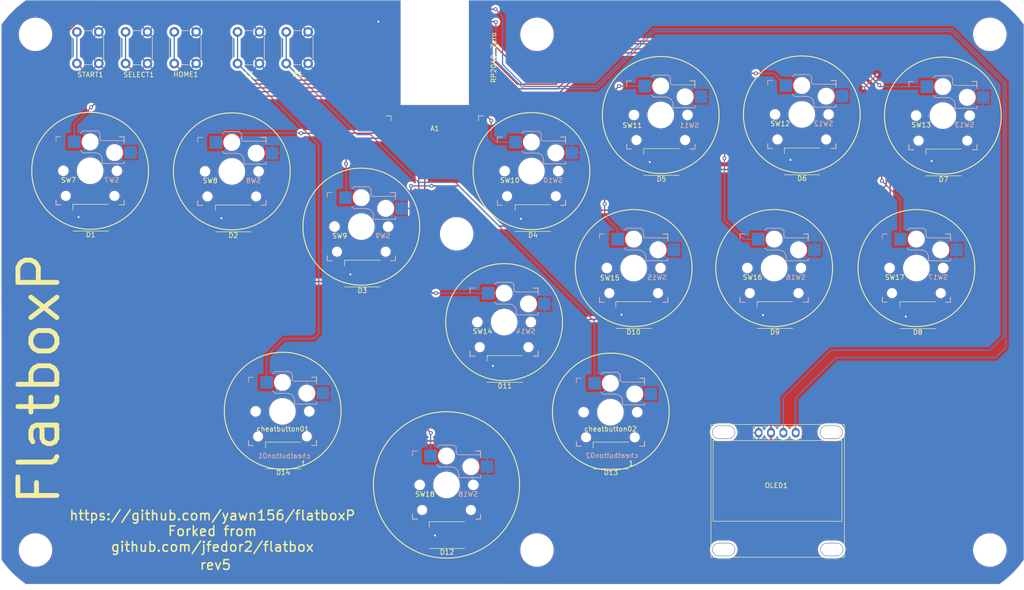
<source format=kicad_pcb>
(kicad_pcb (version 20221018) (generator pcbnew)
  (layers (0 "F.Cu" signal) (31 "B.Cu" signal) (34 "B.Paste" user) (35 "F.Paste" user) (36 "B.SilkS" user "B.Silkscreen") (37 "F.SilkS" user "F.Silkscreen") (38 "B.Mask" user) (39 "F.Mask" user) (44 "Edge.Cuts" user))
  (net 0 "")
  (net 1 "GND")
  (net 2 "LEFT")
  (net 3 "DOWN")
  (net 4 "RIGHT")
  (net 5 "UP")
  (net 6 "L1")
  (net 7 "R1")
  (net 8 "TRIANGLE")
  (net 9 "SQUARE")
  (net 10 "CIRCLE")
  (net 11 "CROSS")
  (net 12 "R2")
  (net 13 "L2")
  (net 14 "OPT1")
  (net 15 "OPT2")
  (net 16 "OPT3")
  (net 17 "OPT4")
  (net 18 "OPT5")
  (net 19 "SDA")
  (net 20 "SCL")
  (net 21 "VINPUT")
  (net 22 "5V")
  (net 23 "LED2")
  (net 24 "LED1")
  (net 25 "LED3")
  (net 26 "LED4")
  (net 27 "LED5")
  (net 28 "LED6")
  (net 29 "LED7")
  (net 30 "LED8")
  (net 31 "LED9")
  (net 32 "LED10")
  (net 33 "LED11")
  (net 34 "LED12")
  (net 35 "LED13")
  (net 36 "LED14")
  (footprint "kaihl reversible:Kailh_socket_PG1350_reversible" (layer "F.Cu") (at 87.32 65.17 180)
    (fp_text reference "SW8")
    (fp_text value "SW_Push")
  )
  (footprint "kaihl reversible:Kailh_socket_PG1350_reversible" (layer "F.Cu") (at 113.92 76.52 180)
    (fp_text reference "SW9")
    (fp_text value "SW_Push")
  )
  (footprint "kaihl reversible:Kailh_socket_PG1350_reversible" (layer "F.Cu") (at 131.42 129.62 180)
    (fp_text reference "SW18")
    (fp_text value "SW_Push")
  )
  (footprint "kaihl reversible:Kailh_socket_PG1350_reversible" (layer "F.Cu") (at 148.86 65.11 180)
    (fp_text reference "SW10")
    (fp_text value "SW_Push")
  )
  (footprint "kaihl reversible:Kailh_socket_PG1350_reversible" (layer "F.Cu") (at 175.42 53.58 180)
    (fp_text reference "SW11")
    (fp_text value "SW_Push")
  )
  (footprint "kaihl reversible:Kailh_socket_PG1350_reversible" (layer "F.Cu") (at 204.39 53.46 180)
    (fp_text reference "SW12")
    (fp_text value "SW_Push")
  )
  (footprint "kaihl reversible:Kailh_socket_PG1350_reversible" (layer "F.Cu") (at 233.36 53.7 180)
    (fp_text reference "SW13")
    (fp_text value "SW_Push")
  )
  (footprint "kaihl reversible:Kailh_socket_PG1350_reversible" (layer "F.Cu") (at 143.25 96.15 180)
    (fp_text reference "SW14")
    (fp_text value "SW_Push")
  )
  (footprint "kaihl reversible:Kailh_socket_PG1350_reversible" (layer "F.Cu") (at 169.86 85.04 180)
    (fp_text reference "SW15")
    (fp_text value "SW_Push")
  )
  (footprint "kaihl reversible:Kailh_socket_PG1350_reversible" (layer "F.Cu") (at 198.71 85.04 180)
    (fp_text reference "SW16")
    (fp_text value "SW_Push")
  )
  (footprint "kaihl reversible:Kailh_socket_PG1350_reversible" (layer "F.Cu") (at 227.92 85.04 180)
    (fp_text reference "SW17")
    (fp_text value "SW_Push")
  )
  (footprint "MountingHole:MountingHole_6.4mm_M6" (layer "F.Cu") (at 47 37)
    (fp_text reference "H1" hide)
    (fp_text value "MountingHole")
  )
  (footprint "MountingHole:MountingHole_6.4mm_M6" (layer "F.Cu") (at 47 143)
    (fp_text reference "H4" hide)
    (fp_text value "MountingHole")
  )
  (footprint "MountingHole:MountingHole_6.4mm_M6" (layer "F.Cu") (at 243 143)
    (fp_text reference "H6" hide)
    (fp_text value "MountingHole")
  )
  (footprint "MountingHole:MountingHole_6.4mm_M6" (layer "F.Cu") (at 243 37)
    (fp_text reference "H3" hide)
    (fp_text value "MountingHole")
  )
  (footprint "kaihl reversible:Kailh_socket_PG1350_reversible" (layer "F.Cu") (at 58.225 65.05 180)
    (fp_text reference "SW7")
    (fp_text value "SW_Push")
  )
  (footprint "MountingHole:MountingHole_6.4mm_M6" (layer "F.Cu") (at 150 37)
    (fp_text reference "H2" hide)
    (fp_text value "MountingHole")
  )
  (footprint "Button_Switch_THT:SW_PUSH_6mm_H5mm" (layer "F.Cu") (at 88.5 43 90)
    (fp_text reference "L3")
    (fp_text value "SW_Push")
  )
  (footprint "Button_Switch_THT:SW_PUSH_6mm_H5mm" (layer "F.Cu") (at 65.5 43 90)
    (fp_text reference "SELECT1")
    (fp_text value "SW_Push")
  )
  (footprint "Button_Switch_THT:SW_PUSH_6mm_H5mm" (layer "F.Cu") (at 98.5 43 90)
    (fp_text reference "R3")
    (fp_text value "SW_Push")
  )
  (footprint "Button_Switch_THT:SW_PUSH_6mm_H5mm" (layer "F.Cu") (at 55.5 43 90)
    (fp_text reference "START1")
    (fp_text value "SW_Push")
  )
  (footprint "Button_Switch_THT:SW_PUSH_6mm_H5mm" (layer "F.Cu") (at 75.5 43 90)
    (fp_text reference "HOME1")
    (fp_text value "SW_Push")
  )
  (footprint "MountingHole:MountingHole_6.4mm_M6" (layer "F.Cu") (at 133.5 78)
    (fp_text reference "H7" hide)
    (fp_text value "MountingHole")
  )
  (footprint "MountingHole:MountingHole_6.4mm_M6" (layer "F.Cu") (at 150 143)
    (fp_text reference "H5" hide)
    (fp_text value "MountingHole")
  )
  (footprint "LED_SMD:LED_WS2812B_PLCC4_5.0x5.0mm_P3.2mm" (layer "F.Cu") (at 175.56 63.24 180)
    (fp_text reference "D5")
    (fp_text value "WS2812B")
  )
  (footprint "kaihl reversible:Kailh_socket_PG1350_reversible" (layer "F.Cu") (at 97.72 114.5 180)
    (fp_text reference "cheatbutton01")
    (fp_text value "SW_Push")
  )
  (footprint "LED_SMD:LED_WS2812B_PLCC4_5.0x5.0mm_P3.2mm" (layer "F.Cu") (at 169.83 94.7 180)
    (fp_text reference "D10")
    (fp_text value "WS2812B" hide)
  )
  (footprint "LED_SMD:LED_WS2812B_PLCC4_5.0x5.0mm_P3.2mm" (layer "F.Cu") (at 198.86 94.7 180)
    (fp_text reference "D9")
    (fp_text value "WS2812B")
  )
  (footprint "LED_SMD:LED_WS2812B_PLCC4_5.0x5.0mm_P3.2mm" (layer "F.Cu") (at 165.19 123.57 180)
    (fp_text reference "D13")
    (fp_text value "WS2812B")
  )
  (footprint "LED_SMD:LED_WS2812B_PLCC4_5.0x5.0mm_P3.2mm" (layer "F.Cu") (at 143.39 105.79 180)
    (fp_text reference "D11")
    (fp_text value "WS2812B")
  )
  (footprint "RP2040-Zero:RP2040-Zero" (layer "F.Cu") (at 129 42)
    (fp_text reference "A1")
    (fp_text value "RP2040-Zero")
  )
  (footprint "LED_SMD:LED_WS2812B_PLCC4_5.0x5.0mm_P3.2mm" (layer "F.Cu") (at 204.44 63.12 180)
    (fp_text reference "D6")
    (fp_text value "WS2812B")
  )
  (footprint "kaihl reversible:Kailh_socket_PG1350_reversible" (layer "F.Cu") (at 165.08 114.67 180)
    (fp_text reference "cheatbutton02")
    (fp_text value "SW_Push")
  )
  (footprint "LED_SMD:LED_WS2812B_PLCC4_5.0x5.0mm_P3.2mm" (layer "F.Cu") (at 233.51 63.33 180)
    (fp_text reference "D7")
    (fp_text value "WS2812B")
  )
  (footprint "LED_SMD:LED_WS2812B_PLCC4_5.0x5.0mm_P3.2mm" (layer "F.Cu") (at 131.51 139.93 180)
    (fp_text reference "D12")
    (fp_text value "WS2812B")
  )
  (footprint "LED_SMD:LED_WS2812B_PLCC4_5.0x5.0mm_P3.2mm" (layer "F.Cu") (at 228.19 94.73 180)
    (fp_text reference "D8")
    (fp_text value "WS2812B")
  )
  (footprint "LED_SMD:LED_WS2812B_PLCC4_5.0x5.0mm_P3.2mm" (layer "F.Cu") (at 114.13 86.17 180)
    (fp_text reference "D3")
    (fp_text value "WS2812B")
  )
  (footprint "LED_SMD:LED_WS2812B_PLCC4_5.0x5.0mm_P3.2mm" (layer "F.Cu") (at 58.34 74.69 180)
    (fp_text reference "D1")
    (fp_text value "WS2812B" hide)
  )
  (footprint "LED_SMD:LED_WS2812B_PLCC4_5.0x5.0mm_P3.2mm" (layer "F.Cu") (at 87.62 74.84 180)
    (fp_text reference "D2")
    (fp_text value "WS2812B")
  )
  (footprint "LED_SMD:LED_WS2812B_PLCC4_5.0x5.0mm_P3.2mm" (layer "F.Cu") (at 97.88 123.57 180)
    (fp_text reference "D14")
    (fp_text value "WS2812B")
  )
  (footprint "SSD1306:128x64OLED" (layer "F.Cu") (at 199.14 129.49)
    (fp_text reference "OLED1")
    (fp_text value "SSD1306")
  )
  (footprint "LED_SMD:LED_WS2812B_PLCC4_5.0x5.0mm_P3.2mm" (layer "F.Cu") (at 149.17 74.77 180)
    (fp_text reference "D4")
    (fp_text value "WS2812B" hide)
  )
  (gr_line (start 216.382567 53.463258) (end 216.382567 53.463258) (stroke (width 0.2)) (layer "F.SilkS"))
  (gr_line (start 245.355098 53.699766) (end 245.355098 53.699766) (stroke (width 0.2)) (layer "F.SilkS"))
  (gr_curve (pts (xy 75.320345 65.17053) (xy 75.320345 60.873617) (xy 77.606529 56.903105) (xy 81.317714 54.754648)) (stroke (width 0.2)) (layer "F.SilkS"))
  (gr_curve (pts (xy 103.77 103.96) (xy 107.481185 106.108455) (xy 109.767369 110.078967) (xy 109.767369 114.37588)) (stroke (width 0.2)) (layer "F.SilkS"))
  (gr_curve (pts (xy 91.775262 124.791762) (xy 88.064078 122.643306) (xy 85.777893 118.672794) (xy 85.777893 114.37588)) (stroke (width 0.2)) (layer "F.SilkS"))
  (gr_curve (pts (xy 93.312452 54.754648) (xy 97.023636 56.903105) (xy 99.309821 60.873617) (xy 99.309821 65.17053)) (stroke (width 0.2)) (layer "F.SilkS"))
  (gr_curve (pts (xy 181.412661 63.9974) (xy 177.701476 66.145857) (xy 173.129108 66.145857) (xy 169.417923 63.9974)) (stroke (width 0.2)) (layer "F.SilkS"))
  (gr_curve (pts (xy 233.918028 74.621539) (xy 237.629213 76.769996) (xy 239.915397 80.740507) (xy 239.915397 85.037421)) (stroke (width 0.2)) (layer "F.SilkS"))
  (gr_line (start 187.41003 53.581518) (end 187.41003 53.581518) (stroke (width 0.2)) (layer "F.SilkS"))
  (gr_curve (pts (xy 233.918028 95.453303) (xy 230.206843 97.601759) (xy 225.634475 97.601759) (xy 221.92329 95.453303)) (stroke (width 0.2)) (layer "F.SilkS"))
  (gr_curve (pts (xy 123.913745 142.649412) (xy 119.271238 139.9618) (xy 116.411337 134.994889) (xy 116.411337 129.619665)) (stroke (width 0.2)) (layer "F.SilkS"))
  (gr_curve (pts (xy 204.70893 95.453303) (xy 200.997745 97.601759) (xy 196.425377 97.601759) (xy 192.714192 95.453303)) (stroke (width 0.2)) (layer "F.SilkS"))
  (gr_curve (pts (xy 192.714192 74.621539) (xy 196.425377 72.473082) (xy 200.997745 72.473082) (xy 204.70893 74.621539)) (stroke (width 0.2)) (layer "F.SilkS"))
  (gr_curve (pts (xy 239.915397 85.037421) (xy 239.915397 89.334334) (xy 237.629213 93.304846) (xy 233.918028 95.453303)) (stroke (width 0.2)) (layer "F.SilkS"))
  (gr_curve (pts (xy 142.865684 75.530868) (xy 139.154499 73.382411) (xy 136.868315 69.4119) (xy 136.868315 65.114986)) (stroke (width 0.2)) (layer "F.SilkS"))
  (gr_curve (pts (xy 210.706299 85.037421) (xy 210.706299 89.334334) (xy 208.420115 93.304846) (xy 204.70893 95.453303)) (stroke (width 0.2)) (layer "F.SilkS"))
  (gr_curve (pts (xy 153.167893 114.554118) (xy 153.167893 110.257205) (xy 155.454078 106.286693) (xy 159.165262 104.138238)) (stroke (width 0.2)) (layer "F.SilkS"))
  (gr_curve (pts (xy 109.767369 114.37588) (xy 109.767369 118.672794) (xy 107.481185 122.643306) (xy 103.77 124.791762)) (stroke (width 0.2)) (layer "F.SilkS"))
  (gr_curve (pts (xy 85.777893 114.37588) (xy 85.777893 110.078967) (xy 88.064078 106.108455) (xy 91.775262 103.96)) (stroke (width 0.2)) (layer "F.SilkS"))
  (gr_curve (pts (xy 210.385198 43.047376) (xy 214.096383 45.195832) (xy 216.382567 49.166344) (xy 216.382567 53.463258)) (stroke (width 0.2)) (layer "F.SilkS"))
  (gr_line (start 181.852021 85.037421) (end 181.852021 85.037421) (stroke (width 0.2)) (layer "F.SilkS"))
  (gr_curve (pts (xy 221.92329 95.453303) (xy 218.212105 93.304846) (xy 215.925921 89.334334) (xy 215.925921 85.037421)) (stroke (width 0.2)) (layer "F.SilkS"))
  (gr_curve (pts (xy 93.312452 75.586412) (xy 89.601267 77.734869) (xy 85.028899 77.734869) (xy 81.317714 75.586412)) (stroke (width 0.2)) (layer "F.SilkS"))
  (gr_curve (pts (xy 175.854652 95.453303) (xy 172.143467 97.601759) (xy 167.571099 97.601759) (xy 163.859914 95.453303)) (stroke (width 0.2)) (layer "F.SilkS"))
  (gr_line (start 239.915397 85.037421) (end 239.915397 85.037421) (stroke (width 0.2)) (layer "F.SilkS"))
  (gr_curve (pts (xy 186.716823 85.037421) (xy 186.716823 80.740507) (xy 189.003008 76.769996) (xy 192.714192 74.621539)) (stroke (width 0.2)) (layer "F.SilkS"))
  (gr_curve (pts (xy 138.918561 142.649412) (xy 134.276055 145.337024) (xy 128.556251 145.337024) (xy 123.913745 142.649412)) (stroke (width 0.2)) (layer "F.SilkS"))
  (gr_curve (pts (xy 169.417923 43.165636) (xy 173.129108 41.01718) (xy 177.701476 41.01718) (xy 181.412661 43.165636)) (stroke (width 0.2)) (layer "F.SilkS"))
  (gr_curve (pts (xy 64.221646 54.636398) (xy 67.932831 56.784855) (xy 70.219015 60.755367) (xy 70.219015 65.05228)) (stroke (width 0.2)) (layer "F.SilkS"))
  (gr_curve (pts (xy 91.775262 103.96) (xy 95.486447 101.811542) (xy 100.058815 101.811542) (xy 103.77 103.96)) (stroke (width 0.2)) (layer "F.SilkS"))
  (gr_curve (pts (xy 245.355098 53.699766) (xy 245.355097 60.342218) (xy 239.98487 65.72699) (xy 233.36036 65.72699)) (stroke (width 0.2)) (layer "F.SilkS"))
  (gr_curve (pts (xy 160.857791 65.114986) (xy 160.857791 69.4119) (xy 158.571607 73.382411) (xy 154.860422 75.530868)) (stroke (width 0.2)) (layer "F.SilkS"))
  (gr_curve (pts (xy 52.226909 54.636398) (xy 55.938093 52.487941) (xy 60.510462 52.487941) (xy 64.221646 54.636398)) (stroke (width 0.2)) (layer "F.SilkS"))
  (gr_curve (pts (xy 131.255108 96.153426) (xy 131.255108 91.856513) (xy 133.541293 87.886001) (xy 137.252477 85.737546)) (stroke (width 0.2)) (layer "F.SilkS"))
  (gr_curve (pts (xy 192.393091 53.463258) (xy 192.393091 49.166344) (xy 194.679275 45.195832) (xy 198.39046 43.047376)) (stroke (width 0.2)) (layer "F.SilkS"))
  (gr_curve (pts (xy 159.165262 104.138238) (xy 162.876447 101.98978) (xy 167.448815 101.98978) (xy 171.16 104.138238)) (stroke (width 0.2)) (layer "F.SilkS"))
  (gr_curve (pts (xy 119.919904 86.938924) (xy 116.208719 89.08738) (xy 111.636351 89.08738) (xy 107.925166 86.938924)) (stroke (width 0.2)) (layer "F.SilkS"))
  (gr_curve (pts (xy 101.927798 76.523042) (xy 101.927798 72.226128) (xy 104.213982 68.255617) (xy 107.925166 66.10716)) (stroke (width 0.2)) (layer "F.SilkS"))
  (gr_curve (pts (xy 137.252477 85.737546) (xy 140.963662 83.589088) (xy 145.53603 83.589088) (xy 149.247215 85.737546)) (stroke (width 0.2)) (layer "F.SilkS"))
  (gr_curve (pts (xy 154.860422 54.699104) (xy 158.571607 56.847561) (xy 160.857791 60.818073) (xy 160.857791 65.114986)) (stroke (width 0.2)) (layer "F.SilkS"))
  (gr_curve (pts (xy 221.92329 74.621539) (xy 225.634475 72.473082) (xy 230.206843 72.473082) (xy 233.918028 74.621539)) (stroke (width 0.2)) (layer "F.SilkS"))
  (gr_curve (pts (xy 103.77 124.791762) (xy 100.058815 126.940219) (xy 95.486447 126.940219) (xy 91.775262 124.791762)) (stroke (width 0.2)) (layer "F.SilkS"))
  (gr_line (start 155.244584 96.153426) (end 155.244584 96.153426) (stroke (width 0.2)) (layer "F.SilkS"))
  (gr_curve (pts (xy 181.852021 85.037421) (xy 181.852021 89.334334) (xy 179.565837 93.304846) (xy 175.854652 95.453303)) (stroke (width 0.2)) (layer "F.SilkS"))
  (gr_curve (pts (xy 138.918561 116.589918) (xy 143.561067 119.277529) (xy 146.420969 124.244441) (xy 146.420969 129.619665)) (stroke (width 0.2)) (layer "F.SilkS"))
  (gr_curve (pts (xy 64.221646 75.468162) (xy 60.510462 77.616619) (xy 55.938093 77.616619) (xy 52.226909 75.468162)) (stroke (width 0.2)) (layer "F.SilkS"))
  (gr_curve (pts (xy 227.362991 43.283884) (xy 231.074176 41.135427) (xy 235.646544 41.135427) (xy 239.357729 43.283884)) (stroke (width 0.2)) (layer "F.SilkS"))
  (gr_curve (pts (xy 169.417923 63.9974) (xy 165.706739 61.848943) (xy 163.420555 57.878432) (xy 163.420555 53.581518)) (stroke (width 0.2)) (layer "F.SilkS"))
  (gr_curve (pts (xy 116.411337 129.619665) (xy 116.411337 124.244441) (xy 119.271238 119.277529) (xy 123.913745 116.589918)) (stroke (width 0.2)) (layer "F.SilkS"))
  (gr_line (start 160.857791 65.114986) (end 160.857791 65.114986) (stroke (width 0.2)) (layer "F.SilkS"))
  (gr_curve (pts (xy 149.247215 85.737546) (xy 152.9584 87.886001) (xy 155.244584 91.856513) (xy 155.244584 96.153426)) (stroke (width 0.2)) (layer "F.SilkS"))
  (gr_curve (pts (xy 215.925921 85.037421) (xy 215.925921 80.740507) (xy 218.212105 76.769996) (xy 221.92329 74.621539)) (stroke (width 0.2)) (layer "F.SilkS"))
  (gr_curve (pts (xy 163.859914 95.453303) (xy 160.148729 93.304846) (xy 157.862545 89.334334) (xy 157.862545 85.037421)) (stroke (width 0.2)) (layer "F.SilkS"))
  (gr_curve (pts (xy 181.412661 43.165636) (xy 185.123846 45.314093) (xy 187.41003 49.284605) (xy 187.41003 53.581518)) (stroke (width 0.2)) (layer "F.SilkS"))
  (gr_curve (pts (xy 163.859914 74.621539) (xy 167.571099 72.473082) (xy 172.143467 72.473082) (xy 175.854652 74.621539)) (stroke (width 0.2)) (layer "F.SilkS"))
  (gr_curve (pts (xy 239.357729 43.283884) (xy 243.068914 45.432341) (xy 245.355098 49.402853) (xy 245.355098 53.699766)) (stroke (width 0.2)) (layer "F.SilkS"))
  (gr_curve (pts (xy 70.219015 65.05228) (xy 70.219015 69.349193) (xy 67.932831 73.319705) (xy 64.221646 75.468162)) (stroke (width 0.2)) (layer "F.SilkS"))
  (gr_curve (pts (xy 163.420555 53.581518) (xy 163.420555 49.284605) (xy 165.706739 45.314093) (xy 169.417923 43.165636)) (stroke (width 0.2)) (layer "F.SilkS"))
  (gr_line (start 70.219015 65.05228) (end 70.219015 65.05228) (stroke (width 0.2)) (layer "F.SilkS"))
  (gr_curve (pts (xy 107.925166 66.10716) (xy 111.636351 63.958703) (xy 116.208719 63.958703) (xy 119.919904 66.10716)) (stroke (width 0.2)) (layer "F.SilkS"))
  (gr_curve (pts (xy 146.420969 129.619665) (xy 146.420969 134.994889) (xy 143.561067 139.9618) (xy 138.918561 142.649412)) (stroke (width 0.2)) (layer "F.SilkS"))
  (gr_curve (pts (xy 157.862545 85.037421) (xy 157.862545 80.740507) (xy 160.148729 76.769996) (xy 163.859914 74.621539)) (stroke (width 0.2)) (layer "F.SilkS"))
  (gr_curve (pts (xy 119.919904 66.10716) (xy 123.631089 68.255617) (xy 125.917273 72.226128) (xy 125.917273 76.523042)) (stroke (width 0.2)) (layer "F.SilkS"))
  (gr_curve (pts (xy 123.913745 116.589918) (xy 128.556251 113.902306) (xy 134.276055 113.902306) (xy 138.918561 116.589918)) (stroke (width 0.2)) (layer "F.SilkS"))
  (gr_curve (pts (xy 171.16 124.97) (xy 167.448815 127.118457) (xy 162.876447 127.118457) (xy 159.165262 124.97)) (stroke (width 0.2)) (layer "F.SilkS"))
  (gr_curve (pts (xy 107.925166 86.938924) (xy 104.213982 84.790467) (xy 101.927798 80.819955) (xy 101.927798 76.523042)) (stroke (width 0.2)) (layer "F.SilkS"))
  (gr_curve (pts (xy 210.385198 63.879139) (xy 206.674013 66.027596) (xy 202.101645 66.027596) (xy 198.39046 63.879139)) (stroke (width 0.2)) (layer "F.SilkS"))
  (gr_curve (pts (xy 221.365622 53.699766) (xy 221.365622 49.402853) (xy 223.651806 45.432341) (xy 227.362991 43.283884)) (stroke (width 0.2)) (layer "F.SilkS"))
  (gr_curve (pts (xy 81.317714 75.586412) (xy 77.606529 73.437955) (xy 75.320345 69.467444) (xy 75.320345 65.17053)) (stroke (width 0.2)) (layer "F.SilkS"))
  (gr_curve (pts (xy 187.41003 53.581518) (xy 187.41003 57.878432) (xy 185.123846 61.848943) (xy 181.412661 63.9974)) (stroke (width 0.2)) (layer "F.SilkS"))
  (gr_curve (pts (xy 198.39046 63.879139) (xy 194.679275 61.730683) (xy 192.393091 57.760171) (xy 192.393091 53.463258)) (stroke (width 0.2)) (layer "F.SilkS"))
  (gr_curve (pts (xy 137.252477 106.569308) (xy 133.541293 104.420852) (xy 131.255108 100.45034) (xy 131.255108 96.153426)) (stroke (width 0.2)) (layer "F.SilkS"))
  (gr_curve (pts (xy 81.317714 54.754648) (xy 85.028899 52.606192) (xy 89.601267 52.606192) (xy 93.312452 54.754648)) (stroke (width 0.2)) (layer "F.SilkS"))
  (gr_curve (pts (xy 136.868315 65.114986) (xy 136.868315 60.818073) (xy 139.154499 56.847561) (xy 142.865684 54.699104)) (stroke (width 0.2)) (layer "F.SilkS"))
  (gr_line (start 125.917273 76.523042) (end 125.917273 76.523042) (stroke (width 0.2)) (layer "F.SilkS"))
  (gr_line (start 99.309821 65.17053) (end 99.309821 65.17053) (stroke (width 0.2)) (layer "F.SilkS"))
  (gr_curve (pts (xy 149.247215 106.569308) (xy 145.53603 108.717765) (xy 140.963662 108.717765) (xy 137.252477 106.569308)) (stroke (width 0.2)) (layer "F.SilkS"))
  (gr_curve (pts (xy 155.244584 96.153426) (xy 155.244584 100.45034) (xy 152.9584 104.420852) (xy 149.247215 106.569308)) (stroke (width 0.2)) (layer "F.SilkS"))
  (gr_curve (pts (xy 99.309821 65.17053) (xy 99.309821 69.467444) (xy 97.023636 73.437955) (xy 93.312452 75.586412)) (stroke (width 0.2)) (layer "F.SilkS"))
  (gr_curve (pts (xy 192.714192 95.453303) (xy 189.003008 93.304846) (xy 186.716823 89.334334) (xy 186.716823 85.037421)) (stroke (width 0.2)) (layer "F.SilkS"))
  (gr_curve (pts (xy 175.854652 74.621539) (xy 179.565837 76.769996) (xy 181.852021 80.740507) (xy 181.852021 85.037421)) (stroke (width 0.2)) (layer "F.SilkS"))
  (gr_curve (pts (xy 177.157369 114.554118) (xy 177.157369 118.851032) (xy 174.871185 122.821544) (xy 171.16 124.97)) (stroke (width 0.2)) (layer "F.SilkS"))
  (gr_curve (pts (xy 52.226909 75.468162) (xy 48.515724 73.319705) (xy 46.22954 69.349193) (xy 46.22954 65.05228)) (stroke (width 0.2)) (layer "F.SilkS"))
  (gr_curve (pts (xy 46.22954 65.05228) (xy 46.22954 60.755367) (xy 48.515724 56.784855) (xy 52.226909 54.636398)) (stroke (width 0.2)) (layer "F.SilkS"))
  (gr_line (start 146.420969 129.619665) (end 146.420969 129.619665) (stroke (width 0.2)) (layer "F.SilkS"))
  (gr_curve (pts (xy 125.917273 76.523042) (xy 125.917273 80.819955) (xy 123.631089 84.790467) (xy 119.919904 86.938924)) (stroke (width 0.2)) (layer "F.SilkS"))
  (gr_curve (pts (xy 233.36036 65.72699) (xy 226.73585 65.72699) (xy 221.365623 60.342218) (xy 221.365622 53.699766)) (stroke (width 0.2)) (layer "F.SilkS"))
  (gr_curve (pts (xy 171.16 104.138238) (xy 174.871185 106.286693) (xy 177.157369 110.257205) (xy 177.157369 114.554118)) (stroke (width 0.2)) (layer "F.SilkS"))
  (gr_curve (pts (xy 154.860422 75.530868) (xy 151.149237 77.679325) (xy 146.576869 77.679325) (xy 142.865684 75.530868)) (stroke (width 0.2)) (layer "F.SilkS"))
  (gr_curve (pts (xy 204.70893 74.621539) (xy 208.420115 76.769996) (xy 210.706299 80.740507) (xy 210.706299 85.037421)) (stroke (width 0.2)) (layer "F.SilkS"))
  (gr_curve (pts (xy 198.39046 43.047376) (xy 202.101645 40.898919) (xy 206.674013 40.898919) (xy 210.385198 43.047376)) (stroke (width 0.2)) (layer "F.SilkS"))
  (gr_curve (pts (xy 216.382567 53.463258) (xy 216.382567 57.760171) (xy 214.096383 61.730683) (xy 210.385198 63.879139)) (stroke (width 0.2)) (layer "F.SilkS"))
  (gr_curve (pts (xy 142.865684 54.699104) (xy 146.576869 52.550648) (xy 151.149237 52.550648) (xy 154.860422 54.699104)) (stroke (width 0.2)) (layer "F.SilkS"))
  (gr_line (start 210.706299 85.037421) (end 210.706299 85.037421) (stroke (width 0.2)) (layer "F.SilkS"))
  (gr_curve (pts (xy 159.165262 124.97) (xy 155.454078 122.821544) (xy 153.167893 118.851032) (xy 153.167893 114.554118)) (stroke (width 0.2)) (layer "F.SilkS"))
  (gr_line (start 250 35) (end 250 145) (stroke (width 0.05)) (layer "Edge.Cuts"))
  (gr_line (start 245 150) (end 45 150) (stroke (width 0.05)) (layer "Edge.Cuts"))
  (gr_line (start 40 145) (end 40 35) (stroke (width 0.05)) (layer "Edge.Cuts"))
  (gr_line (start 45 30) (end 122 30) (stroke (width 0.05)) (layer "Edge.Cuts"))
  (gr_line (start 136 30) (end 245 30) (stroke (width 0.05)) (layer "Edge.Cuts"))
  (gr_line (start 122 30) (end 122 51.5) (stroke (width 0.05)) (layer "Edge.Cuts"))
  (gr_arc (start 40 35) (mid 42.281278 32.281278) (end 45 30) (stroke (width 0.05)) (layer "Edge.Cuts"))
  (gr_line (start 136 51.5) (end 136 30) (stroke (width 0.05)) (layer "Edge.Cuts"))
  (gr_arc (start 45 150) (mid 42.281278 147.718722) (end 40 145) (stroke (width 0.05)) (layer "Edge.Cuts"))
  (gr_arc (start 250 145) (mid 247.718722 147.718722) (end 245 150) (stroke (width 0.05)) (layer "Edge.Cuts"))
  (gr_arc (start 245 30) (mid 247.718722 32.281278) (end 250 35) (stroke (width 0.05)) (layer "Edge.Cuts"))
  (gr_line (start 122 51.5) (end 136 51.5) (stroke (width 0.05)) (layer "Edge.Cuts"))
  (gr_text "RP2040-Zero" (at 141.1 41.78 90) (layer "F.SilkS") (effects (font (size 1 1))))
  (gr_text "rev5" (at 83.96 146.06) (layer "F.SilkS") (effects (font (size 2 2) (thickness 0.3))))
  (gr_text "https://github.com/yawn156/flatboxP\nForked from\ngithub.com/jfedor2/flatbox" (at 83.33 139.11) (layer "F.SilkS") (effects (font (size 2 2) (thickness 0.3))))
  (gr_text "FlatboxP" (at 47.74 107.79 90) (layer "F.SilkS") (effects (font (size 8 8) (thickness 1))))
  (segment (start 146.72 74.93) (end 146.72 73.12) (width 0.381) (layer "F.Cu") (net 1))
  (segment (start 140.95 104.15) (end 140.94 104.14) (width 0.381) (layer "F.Cu") (net 1))
  (segment (start 231.06 63.04) (end 231.06 61.68) (width 0.381) (layer "F.Cu") (net 1))
  (segment (start 173.16 61.64) (end 173.11 61.59) (width 0.381) (layer "F.Cu") (net 1))
  (segment (start 140.95 105.16) (end 140.95 104.15) (width 0.381) (layer "F.Cu") (net 1))
  (segment (start 55.84 73.09) (end 55.89 73.04) (width 0.381) (layer "F.Cu") (net 1))
  (segment (start 196.41 94.7) (end 196.41 93.05) (width 0.381) (layer "F.Cu") (net 1))
  (segment (start 173.16 63.26) (end 173.16 61.64) (width 0.381) (layer "F.Cu") (net 1))
  (segment (start 225.74 94.99) (end 225.74 93.08) (width 0.381) (layer "F.Cu") (net 1))
  (segment (start 167.37 93.06) (end 167.38 93.05) (width 0.381) (layer "F.Cu") (net 1))
  (segment (start 117.42 34.38) (end 117.4 34.4) (width 0.381) (layer "F.Cu") (net 1))
  (segment (start 85.18 74.79) (end 85.18 73.2) (width 0.381) (layer "F.Cu") (net 1))
  (segment (start 129.05 140.01) (end 129.05 138.29) (width 0.381) (layer "F.Cu") (net 1))
  (segment (start 111.67 84.53) (end 111.68 84.52) (width 0.381) (layer "F.Cu") (net 1))
  (segment (start 202.05 61.53) (end 201.99 61.47) (width 0.381) (layer "F.Cu") (net 1))
  (segment (start 55.84 74.56) (end 55.84 73.09) (width 0.381) (layer "F.Cu") (net 1))
  (segment (start 129.05 138.29) (end 129.06 138.28) (width 0.381) (layer "F.Cu") (net 1))
  (segment (start 167.37 94.64) (end 167.37 93.06) (width 0.381) (layer "F.Cu") (net 1))
  (segment (start 202.05 62.81) (end 202.05 61.53) (width 0.381) (layer "F.Cu") (net 1))
  (segment (start 85.18 73.2) (end 85.17 73.19) (width 0.381) (layer "F.Cu") (net 1))
  (segment (start 111.67 86.35) (end 111.67 84.53) (width 0.381) (layer "F.Cu") (net 1))
  (segment (start 225.75 95) (end 225.74 94.99) (width 0.381) (layer "F.Cu") (net 1))
  (segment (start 119.84 34.38) (end 117.42 34.38) (width 0.381) (layer "F.Cu") (net 1))
  (via (at 129.05 140.01) (size 0.8) (drill 0.4) (layers "F.Cu" "B.Cu") (net 1))
  (via (at 140.95 105.16) (size 0.8) (drill 0.4) (layers "F.Cu" "B.Cu") (net 1))
  (via (at 111.67 86.35) (size 0.8) (drill 0.4) (layers "F.Cu" "B.Cu") (net 1))
  (via (at 196.41 94.7) (size 0.8) (drill 0.4) (layers "F.Cu" "B.Cu") (net 1))
  (via (at 117.4 34.4) (size 0.8) (drill 0.4) (layers "F.Cu" "B.Cu") (net 1))
  (via (at 146.72 74.93) (size 0.8) (drill 0.4) (layers "F.Cu" "B.Cu") (net 1))
  (via (at 173.16 63.26) (size 0.8) (drill 0.4) (layers "F.Cu" "B.Cu") (net 1))
  (via (at 202.05 62.81) (size 0.8) (drill 0.4) (layers "F.Cu" "B.Cu") (net 1))
  (via (at 167.37 94.64) (size 0.8) (drill 0.4) (layers "F.Cu" "B.Cu") (net 1))
  (via (at 231.06 63.04) (size 0.8) (drill 0.4) (layers "F.Cu" "B.Cu") (net 1))
  (via (at 85.18 74.79) (size 0.8) (drill 0.4) (layers "F.Cu" "B.Cu") (net 1))
  (via (at 55.84 74.56) (size 0.8) (drill 0.4) (layers "F.Cu" "B.Cu") (net 1))
  (via (at 225.75 95) (size 0.8) (drill 0.4) (layers "F.Cu" "B.Cu") (net 1))
  (segment (start 236.29 81.385) (end 236.195 81.29) (width 0.381) (layer "B.Cu") (net 1))
  (segment (start 122.13 72.835) (end 122.195 72.77) (width 0.381) (layer "B.Cu") (net 1))
  (segment (start 231.06 63.04) (end 231.14 63.12) (width 0.381) (layer "B.Cu") (net 1))
  (segment (start 202.05 62.81) (end 202.07 62.83) (width 0.381) (layer "B.Cu") (net 1))
  (segment (start 196.41 94.7) (end 196.53 94.82) (width 0.381) (layer "B.Cu") (net 1))
  (segment (start 139.72 125.895) (end 139.695 125.87) (width 0.381) (layer "B.Cu") (net 1))
  (segment (start 120.8 56.1) (end 122.4 56.1) (width 0.254) (layer "F.Cu") (net 2))
  (segment (start 123.92 54.58) (end 123.92 53.7) (width 0.254) (layer "F.Cu") (net 2))
  (segment (start 122.4 56.1) (end 123.92 54.58) (width 0.254) (layer "F.Cu") (net 2))
  (segment (start 60.71 49.7) (end 114.4 49.7) (width 0.254) (layer "F.Cu") (net 2))
  (segment (start 58.42 51.99) (end 60.71 49.7) (width 0.254) (layer "F.Cu") (net 2))
  (segment (start 114.4 49.7) (end 120.8 56.1) (width 0.254) (layer "F.Cu") (net 2))
  (via (at 58.42 51.99) (size 0.8) (drill 0.4) (layers "F.Cu" "B.Cu") (net 2))
  (segment (start 54.95 55.46) (end 58.42 51.99) (width 0.254) (layer "B.Cu") (net 2))
  (segment (start 54.95 59.1) (end 54.95 55.46) (width 0.254) (layer "B.Cu") (net 2))
  (segment (start 101.55 57.32) (end 122.84 57.32) (width 0.254) (layer "F.Cu") (net 3))
  (segment (start 122.84 57.32) (end 126.46 53.7) (width 0.254) (layer "F.Cu") (net 3))
  (via (at 101.55 57.32) (size 0.8) (drill 0.4) (layers "F.Cu" "B.Cu") (net 3))
  (segment (start 84.045 59.22) (end 85.985 57.28) (width 0.254) (layer "B.Cu") (net 3))
  (segment (start 85.985 57.28) (end 101.51 57.28) (width 0.254) (layer "B.Cu") (net 3))
  (segment (start 101.51 57.28) (end 101.55 57.32) (width 0.254) (layer "B.Cu") (net 3))
  (segment (start 110.78 60.83) (end 113.25 58.36) (width 0.254) (layer "F.Cu") (net 4))
  (segment (start 110.78 63.58) (end 110.78 60.83) (width 0.254) (layer "F.Cu") (net 4))
  (segment (start 113.25 58.36) (end 124.34 58.36) (width 0.254) (layer "F.Cu") (net 4))
  (segment (start 124.34 58.36) (end 129 53.7) (width 0.254) (layer "F.Cu") (net 4))
  (via (at 110.78 63.58) (size 0.8) (drill 0.4) (layers "F.Cu" "B.Cu") (net 4))
  (segment (start 110.79 70.425) (end 110.79 63.59) (width 0.254) (layer "B.Cu") (net 4))
  (segment (start 110.79 63.59) (end 110.78 63.58) (width 0.254) (layer "B.Cu") (net 4))
  (segment (start 110.645 70.57) (end 110.79 70.425) (width 0.254) (layer "B.Cu") (net 4))
  (segment (start 128.19 118.94) (end 125.71 116.46) (width 0.254) (layer "F.Cu") (net 5))
  (segment (start 125.71 116.46) (end 125.71 60.19) (width 0.254) (layer "F.Cu") (net 5))
  (segment (start 131.54 54.36) (end 131.54 53.7) (width 0.254) (layer "F.Cu") (net 5))
  (segment (start 125.71 60.19) (end 131.54 54.36) (width 0.254) (layer "F.Cu") (net 5))
  (via (at 128.19 118.94) (size 0.8) (drill 0.4) (layers "F.Cu" "B.Cu") (net 5))
  (segment (start 128.19 118.94) (end 128.145 118.985) (width 0.254) (layer "B.Cu") (net 5))
  (segment (start 128.145 118.985) (end 128.145 123.67) (width 0.254) (layer "B.Cu") (net 5))
  (segment (start 148.6 46.6) (end 138.92 36.92) (width 0.254) (layer "F.Cu") (net 6))
  (segment (start 138.92 36.92) (end 138.16 36.92) (width 0.254) (layer "F.Cu") (net 6))
  (segment (start 211.27 38.4) (end 161.575 38.4) (width 0.254) (layer "F.Cu") (net 6))
  (segment (start 161.575 38.4) (end 153.375 46.6) (width 0.254) (layer "F.Cu") (net 6))
  (segment (start 220.33 47.46) (end 211.27 38.4) (width 0.254) (layer "F.Cu") (net 6))
  (segment (start 153.375 46.6) (end 148.6 46.6) (width 0.254) (layer "F.Cu") (net 6))
  (via (at 220.33 47.46) (size 0.8) (drill 0.4) (layers "F.Cu" "B.Cu") (net 6))
  (segment (start 220.62 47.75) (end 230.085 47.75) (width 0.254) (layer "B.Cu") (net 6))
  (segment (start 220.33 47.46) (end 220.62 47.75) (width 0.254) (layer "B.Cu") (net 6))
  (segment (start 162.4 40) (end 154.2 48.2) (width 0.254) (layer "F.Cu") (net 7))
  (segment (start 184.25 40) (end 162.4 40) (width 0.254) (layer "F.Cu") (net 7))
  (segment (start 189.27 45.02) (end 184.25 40) (width 0.254) (layer "F.Cu") (net 7))
  (segment (start 145.2 48.2) (end 139 42) (width 0.254) (layer "F.Cu") (net 7))
  (segment (start 194.95 45.02) (end 189.27 45.02) (width 0.254) (layer "F.Cu") (net 7))
  (segment (start 154.2 48.2) (end 145.2 48.2) (width 0.254) (layer "F.Cu") (net 7))
  (via (at 194.95 45.02) (size 0.8) (drill 0.4) (layers "F.Cu" "B.Cu") (net 7))
  (segment (start 194.95 45.02) (end 198.625 45.02) (width 0.254) (layer "B.Cu") (net 7))
  (segment (start 198.625 45.02) (end 201.115 47.51) (width 0.254) (layer "B.Cu") (net 7))
  (segment (start 139.08 47.08) (end 138.16 47.08) (width 0.254) (layer "F.Cu") (net 8))
  (segment (start 166.84 47.63) (end 162.87 51.6) (width 0.254) (layer "F.Cu") (net 8))
  (segment (start 162.87 51.6) (end 143.6 51.6) (width 0.254) (layer "F.Cu") (net 8))
  (segment (start 143.6 51.6) (end 139.08 47.08) (width 0.254) (layer "F.Cu") (net 8))
  (via (at 166.84 47.63) (size 0.8) (drill 0.4) (layers "F.Cu" "B.Cu") (net 8))
  (segment (start 166.84 47.63) (end 172.145 47.63) (width 0.254) (layer "B.Cu") (net 8))
  (segment (start 140.59 54.73) (end 138.67 52.81) (width 0.254) (layer "F.Cu") (net 9))
  (segment (start 138.67 52.81) (end 138.67 52.67) (width 0.254) (layer "F.Cu") (net 9))
  (segment (start 138.67 52.67) (end 138.16 52.16) (width 0.254) (layer "F.Cu") (net 9))
  (via (at 140.59 54.73) (size 0.8) (drill 0.4) (layers "F.Cu" "B.Cu") (net 9))
  (segment (start 140.59 54.73) (end 140.59 58.13) (width 0.254) (layer "B.Cu") (net 9))
  (segment (start 141.62 59.16) (end 145.585 59.16) (width 0.254) (layer "B.Cu") (net 9))
  (segment (start 140.59 58.13) (end 141.62 59.16) (width 0.254) (layer "B.Cu") (net 9))
  (segment (start 139.22 49.62) (end 138.16 49.62) (width 0.254) (layer "F.Cu") (net 10))
  (segment (start 163.89 71.87) (end 163.89 59.865) (width 0.254) (layer "F.Cu") (net 10))
  (segment (start 163.89 59.865) (end 156.525 52.5) (width 0.254) (layer "F.Cu") (net 10))
  (segment (start 142.1 52.5) (end 139.22 49.62) (width 0.254) (layer "F.Cu") (net 10))
  (segment (start 156.525 52.5) (end 142.1 52.5) (width 0.254) (layer "F.Cu") (net 10))
  (via (at 163.89 71.87) (size 0.8) (drill 0.4) (layers "F.Cu" "B.Cu") (net 10))
  (segment (start 163.89 74.38) (end 166.585 77.075) (width 0.254) (layer "B.Cu") (net 10))
  (segment (start 163.89 71.87) (end 163.89 74.38) (width 0.254) (layer "B.Cu") (net 10))
  (segment (start 166.585 77.075) (end 166.585 79.09) (width 0.254) (layer "B.Cu") (net 10))
  (segment (start 134.08 53.7) (end 134.08 54.42) (width 0.254) (layer "F.Cu") (net 11))
  (segment (start 128.57 90.19) (end 126.95 88.57) (width 0.254) (layer "F.Cu") (net 11))
  (segment (start 129.23 90.19) (end 128.57 90.19) (width 0.254) (layer "F.Cu") (net 11))
  (segment (start 126.95 88.57) (end 126.95 61.55) (width 0.254) (layer "F.Cu") (net 11))
  (segment (start 134.08 54.42) (end 126.95 61.55) (width 0.254) (layer "F.Cu") (net 11))
  (via (at 129.23 90.19) (size 0.8) (drill 0.4) (layers "F.Cu" "B.Cu") (net 11))
  (segment (start 139.975 90.2) (end 129.24 90.2) (width 0.254) (layer "B.Cu") (net 11))
  (segment (start 129.24 90.2) (end 129.23 90.19) (width 0.254) (layer "B.Cu") (net 11))
  (segment (start 143.5 49) (end 139.04 44.54) (width 0.254) (layer "F.Cu") (net 12))
  (segment (start 182.35 40.8) (end 162.8 40.8) (width 0.254) (layer "F.Cu") (net 12))
  (segment (start 188.49 62.47) (end 188.54 62.42) (width 0.254) (layer "F.Cu") (net 12))
  (segment (start 162.8 40.8) (end 154.6 49) (width 0.254) (layer "F.Cu") (net 12))
  (segment (start 188.54 62.42) (end 188.54 46.99) (width 0.254) (layer "F.Cu") (net 12))
  (segment (start 188.54 46.99) (end 182.35 40.8) (width 0.254) (layer "F.Cu") (net 12))
  (segment (start 139.04 44.54) (end 138.16 44.54) (width 0.254) (layer "F.Cu") (net 12))
  (segment (start 154.6 49) (end 143.5 49) (width 0.254) (layer "F.Cu") (net 12))
  (via (at 188.49 62.47) (size 0.8) (drill 0.4) (layers "F.Cu" "B.Cu") (net 12))
  (segment (start 188.49 62.47) (end 188.49 75.14) (width 0.254) (layer "B.Cu") (net 12))
  (segment (start 188.49 75.14) (end 192.44 79.09) (width 0.254) (layer "B.Cu") (net 12))
  (segment (start 192.44 79.09) (end 195.435 79.09) (width 0.254) (layer "B.Cu") (net 12))
  (segment (start 220.8 50.65) (end 209.09 38.94) (width 0.254) (layer "F.Cu") (net 13))
  (segment (start 209.09 38.94) (end 162.24 38.94) (width 0.254) (layer "F.Cu") (net 13))
  (segment (start 162.24 38.94) (end 153.93 47.25) (width 0.254) (layer "F.Cu") (net 13))
  (segment (start 153.93 47.25) (end 145.95 47.25) (width 0.254) (layer "F.Cu") (net 13))
  (segment (start 145.95 47.25) (end 138.16 39.46) (width 0.254) (layer "F.Cu") (net 13))
  (segment (start 220.8 67.08) (end 220.8 50.65) (width 0.254) (layer "F.Cu") (net 13))
  (segment (start 220.83 67.11) (end 220.8 67.08) (width 0.254) (layer "F.Cu") (net 13))
  (via (at 220.83 67.11) (size 0.8) (drill 0.4) (layers "F.Cu" "B.Cu") (net 13))
  (segment (start 224.62 79.065) (end 224.645 79.09) (width 0.254) (layer "B.Cu") (net 13))
  (segment (start 220.83 67.11) (end 224.62 70.9) (width 0.254) (layer "B.Cu") (net 13))
  (segment (start 224.62 70.9) (end 224.62 79.065) (width 0.254) (layer "B.Cu") (net 13))
  (segment (start 119.84 52.16) (end 119.06 52.16) (width 0.254) (layer "F.Cu") (net 14))
  (segment (start 115.7 48.8) (end 61.3 48.8) (width 0.254) (layer "F.Cu") (net 14))
  (segment (start 61.3 48.8) (end 55.5 43) (width 0.254) (layer "F.Cu") (net 14))
  (segment (start 119.06 52.16) (end 115.7 48.8) (width 0.254) (layer "F.Cu") (net 14))
  (segment (start 55.5 36.5) (end 55.5 43) (width 0.254) (layer "B.Cu") (net 14))
  (segment (start 70.5 48) (end 65.5 43) (width 0.254) (layer "F.Cu") (net 15))
  (segment (start 118.72 49.62) (end 117.1 48) (width 0.254) (layer "F.Cu") (net 15))
  (segment (start 119.84 49.62) (end 118.72 49.62) (width 0.254) (layer "F.Cu") (net 15))
  (segment (start 117.1 48) (end 70.5 48) (width 0.254) (layer "F.Cu") (net 15))
  (segment (start 65.5 36.5) (end 65.5 43) (width 0.254) (layer "B.Cu") (net 15))
  (segment (start 119.84 47.08) (end 119.72 47.2) (width 0.254) (layer "F.Cu") (net 16))
  (segment (start 79.7 47.2) (end 75.5 43) (width 0.254) (layer "F.Cu") (net 16))
  (segment (start 119.72 47.2) (end 79.7 47.2) (width 0.254) (layer "F.Cu") (net 16))
  (segment (start 75.5 36.5) (end 75.5 43) (width 0.254) (layer "B.Cu") (net 16))
  (segment (start 91.9 46.4) (end 88.5 43) (width 0.254) (layer "F.Cu") (net 17))
  (segment (start 117.05 46.4) (end 91.9 46.4) (width 0.254) (layer "F.Cu") (net 17))
  (segment (start 118.91 44.54) (end 117.05 46.4) (width 0.254) (layer "F.Cu") (net 17))
  (segment (start 119.84 44.54) (end 118.91 44.54) (width 0.254) (layer "F.Cu") (net 17))
  (segment (start 105.18 59.68) (end 88.5 43) (width 0.254) (layer "B.Cu") (net 17))
  (segment (start 94.445 108.55) (end 94.445 103.2) (width 0.254) (layer "B.Cu") (net 17))
  (segment (start 88.5 36.5) (end 88.5 43) (width 0.254) (layer "B.Cu") (net 17))
  (segment (start 94.445 103.2) (end 98.0875 99.5575) (width 0.254) (layer "B.Cu") (net 17))
  (segment (start 98.0875 99.5575) (end 104.1125 99.5575) (width 0.254) (layer "B.Cu") (net 17))
  (segment (start 105.18 98.49) (end 105.18 59.68) (width 0.254) (layer "B.Cu") (net 17))
  (segment (start 104.1125 99.5575) (end 105.18 98.49) (width 0.254) (layer "B.Cu") (net 17))
  (segment (start 119.84 42) (end 119.1 42) (width 0.254) (layer "F.Cu") (net 18))
  (segment (start 101.1 45.6) (end 98.5 43) (width 0.254) (layer "F.Cu") (net 18))
  (segment (start 119.1 42) (end 115.5 45.6) (width 0.254) (layer "F.Cu") (net 18))
  (segment (start 115.5 45.6) (end 101.1 45.6) (width 0.254) (layer "F.Cu") (net 18))
  (segment (start 113.105 57.605) (end 98.5 43) (width 0.254) (layer "B.Cu") (net 18))
  (segment (start 133.233 67.423) (end 125.653 67.423) (width 0.254) (layer "B.Cu") (net 18))
  (segment (start 115.835 57.605) (end 113.105 57.605) (width 0.254) (layer "B.Cu") (net 18))
  (segment (start 98.5 36.5) (end 98.5 43) (width 0.254) (layer "B.Cu") (net 18))
  (segment (start 125.653 67.423) (end 115.835 57.605) (width 0.254) (layer "B.Cu") (net 18))
  (segment (start 161.805 95.995) (end 133.233 67.423) (width 0.254) (layer "B.Cu") (net 18))
  (segment (start 161.805 108.72) (end 161.805 95.995) (width 0.254) (layer "B.Cu") (net 18))
  (segment (start 138.16 31.84) (end 141.46 31.84) (width 0.254) (layer "F.Cu") (net 19))
  (segment (start 141.46 31.84) (end 141.47 31.83) (width 0.254) (layer "F.Cu") (net 19))
  (via (at 141.47 31.83) (size 0.8) (drill 0.4) (layers "F.Cu" "B.Cu") (net 19))
  (segment (start 244.17 103.46) (end 211.41 103.46) (width 0.254) (layer "B.Cu") (net 19))
  (segment (start 203.08 111.79) (end 203.08 118.83) (width 0.254) (layer "B.Cu") (net 19))
  (segment (start 147.418052 47.686) (end 162.221948 47.686) (width 0.254) (layer "B.Cu") (net 19))
  (segment (start 162.221948 47.686) (end 173.977948 35.93) (width 0.254) (layer "B.Cu") (net 19))
  (segment (start 246.29 101.34) (end 244.17 103.46) (width 0.254) (layer "B.Cu") (net 19))
  (segment (start 142.92 43.187948) (end 147.418052 47.686) (width 0.254) (layer "B.Cu") (net 19))
  (segment (start 142.92 33.28) (end 142.92 43.187948) (width 0.254) (layer "B.Cu") (net 19))
  (segment (start 211.41 103.46) (end 203.08 111.79) (width 0.254) (layer "B.Cu") (net 19))
  (segment (start 203.08 118.83) (end 203.14 118.89) (width 0.254) (layer "B.Cu") (net 19))
  (segment (start 246.29 46.937948) (end 246.29 101.34) (width 0.254) (layer "B.Cu") (net 19))
  (segment (start 141.47 31.83) (end 142.92 33.28) (width 0.254) (layer "B.Cu") (net 19))
  (segment (start 173.977948 35.93) (end 235.282053 35.93) (width 0.254) (layer "B.Cu") (net 19))
  (segment (start 235.282053 35.93) (end 246.29 46.937948) (width 0.254) (layer "B.Cu") (net 19))
  (segment (start 138.16 34.38) (end 141.46 34.38) (width 0.254) (layer "F.Cu") (net 20))
  (segment (start 141.46 34.38) (end 141.55 34.47) (width 0.254) (layer "F.Cu") (net 20))
  (via (at 141.55 34.47) (size 0.8) (drill 0.4) (layers "F.Cu" "B.Cu") (net 20))
  (segment (start 210.39 101.92) (end 200.6 111.71) (width 0.254) (layer "B.Cu") (net 20))
  (segment (start 162.41 48.14) (end 174.166 36.384) (width 0.254) (layer "B.Cu") (net 20))
  (segment (start 245.836 99.176052) (end 243.092052 101.92) (width 0.254) (layer "B.Cu") (net 20))
  (segment (start 141.55 42.46) (end 147.23 48.14) (width 0.254) (layer "B.Cu") (net 20))
  (segment (start 245.836 47.126) (end 245.836 99.176052) (width 0.254) (layer "B.Cu") (net 20))
  (segment (start 147.23 48.14) (end 162.41 48.14) (width 0.254) (layer "B.Cu") (net 20))
  (segment (start 174.166 36.384) (end 235.094 36.384) (width 0.254) (layer "B.Cu") (net 20))
  (segment (start 200.6 111.71) (end 200.6 118.89) (width 0.254) (layer "B.Cu") (net 20))
  (segment (start 235.094 36.384) (end 245.836 47.126) (width 0.254) (layer "B.Cu") (net 20))
  (segment (start 141.55 34.47) (end 141.55 42.46) (width 0.254) (layer "B.Cu") (net 20))
  (segment (start 243.092052 101.92) (end 210.39 101.92) (width 0.254) (layer "B.Cu") (net 20))
  (segment (start 119.62 31.62) (end 119.84 31.84) (width 0.254) (layer "F.Cu") (net 22))
  (segment (start 151.93 76.11) (end 151.62 76.42) (width 0.254) (layer "F.Cu") (net 22))
  (via (at 217.01 48.1) (size 0.8) (drill 0.4) (layers "F.Cu" "B.Cu") (net 22))
  (via (at 219.82 45.28) (size 0.8) (drill 0.4) (layers "F.Cu" "B.Cu") (net 22))
  (segment (start 219.16 45.95) (end 217.01 48.1) (width 0.254) (layer "B.Cu") (net 22))
  (segment (start 219.82 45.28) (end 219.16 45.94) (width 0.254) (layer "B.Cu") (net 22))
  (segment (start 219.16 45.94) (end 219.16 45.95) (width 0.254) (layer "B.Cu") (net 22))
  (segment (start 60.79 73.04) (end 62.78 75.03) (width 0.254) (layer "F.Cu") (net 23))
  (segment (start 83.71 75.03) (end 85.17 76.49) (width 0.254) (layer "F.Cu") (net 23))
  (segment (start 62.78 75.03) (end 83.71 75.03) (width 0.254) (layer "F.Cu") (net 23))
  (segment (start 44.3 71.14) (end 44.3 54.96) (width 0.254) (layer "F.Cu") (net 24))
  (segment (start 53.9 45.36) (end 53.9 36.223338) (width 0.254) (layer "F.Cu") (net 24))
  (segment (start 55.89 76.34) (end 49.5 76.34) (width 0.254) (layer "F.Cu") (net 24))
  (segment (start 44.3 54.96) (end 53.9 45.36) (width 0.254) (layer "F.Cu") (net 24))
  (segment (start 53.9 36.223338) (end 57.113338 33.01) (width 0.254) (layer "F.Cu") (net 24))
  (segment (start 110.14 39.46) (end 119.84 39.46) (width 0.254) (layer "F.Cu") (net 24))
  (segment (start 49.5 76.34) (end 44.3 71.14) (width 0.254) (layer "F.Cu") (net 24))
  (segment (start 103.69 33.01) (end 110.14 39.46) (width 0.254) (layer "F.Cu") (net 24))
  (segment (start 57.113338 33.01) (end 103.69 33.01) (width 0.254) (layer "F.Cu") (net 24))
  (segment (start 90.07 73.19) (end 91.147 74.267) (width 0.254) (layer "F.Cu") (net 25))
  (segment (start 91.147 78.217) (end 100.75 87.82) (width 0.254) (layer "F.Cu") (net 25))
  (segment (start 91.147 74.267) (end 91.147 78.217) (width 0.254) (layer "F.Cu") (net 25))
  (segment (start 100.75 87.82) (end 111.68 87.82) (width 0.254) (layer "F.Cu") (net 25))
  (segment (start 128.35 68.15) (end 133.94 68.15) (width 0.254) (layer "F.Cu") (net 26))
  (segment (start 133.94 68.15) (end 142.21 76.42) (width 0.254) (layer "F.Cu") (net 26))
  (segment (start 123.36 84.52) (end 124.13 83.75) (width 0.254) (layer "F.Cu") (net 26))
  (segment (start 116.58 84.52) (end 123.36 84.52) (width 0.254) (layer "F.Cu") (net 26))
  (segment (start 124.13 83.75) (end 124.13 68.15) (width 0.254) (layer "F.Cu") (net 26))
  (segment (start 142.21 76.42) (end 146.72 76.42) (width 0.254) (layer "F.Cu") (net 26))
  (via (at 124.13 68.15) (size 0.8) (drill 0.4) (layers "F.Cu" "B.Cu") (net 26))
  (via (at 128.35 68.15) (size 0.8) (drill 0.4) (layers "F.Cu" "B.Cu") (net 26))
  (segment (start 124.13 68.15) (end 128.35 68.15) (width 0.254) (layer "B.Cu") (net 26))
  (segment (start 151.62 73.12) (end 151.65 73.15) (width 0.254) (layer "F.Cu") (net 27))
  (segment (start 164.85 73.15) (end 173.11 64.89) (width 0.254) (layer "F.Cu") (net 27))
  (segment (start 151.65 73.15) (end 164.85 73.15) (width 0.254) (layer "F.Cu") (net 27))
  (segment (start 178.01 61.59) (end 181.19 64.77) (width 0.254) (layer "F.Cu") (net 28))
  (segment (start 181.19 64.77) (end 201.99 64.77) (width 0.254) (layer "F.Cu") (net 28))
  (segment (start 222.82 64.98) (end 231.06 64.98) (width 0.254) (layer "F.Cu") (net 29))
  (segment (start 206.89 61.47) (end 213.8765 68.4565) (width 0.254) (layer "F.Cu") (net 29))
  (segment (start 221.3035 68.4565) (end 221.72 68.04) (width 0.254) (layer "F.Cu") (net 29))
  (segment (start 221.72 66.08) (end 222.82 64.98) (width 0.254) (layer "F.Cu") (net 29))
  (segment (start 221.72 68.04) (end 221.72 66.08) (width 0.254) (layer "F.Cu") (net 29))
  (segment (start 213.8765 68.4565) (end 221.3035 68.4565) (width 0.254) (layer "F.Cu") (net 29))
  (segment (start 216.31 93.07) (end 219.62 96.38) (width 0.254) (layer "F.Cu") (net 30))
  (segment (start 221.42 74.01) (end 217.7 74.01) (width 0.254) (layer "F.Cu") (net 30))
  (segment (start 235.96 61.68) (end 235.96 63.19) (width 0.254) (layer "F.Cu") (net 30))
  (segment (start 222.53 72.9) (end 221.42 74.01) (width 0.254) (layer "F.Cu") (net 30))
  (segment (start 219.62 96.38) (end 225.74 96.38) (width 0.254) (layer "F.Cu") (net 30))
  (segment (start 222.53 66.53) (end 222.53 72.9) (width 0.254) (layer "F.Cu") (net 30))
  (segment (start 217.7 74.01) (end 216.31 75.4) (width 0.254) (layer "F.Cu") (net 30))
  (segment (start 235.96 63.19) (end 233.393 65.757) (width 0.254) (layer "F.Cu") (net 30))
  (segment (start 233.393 65.757) (end 223.303 65.757) (width 0.254) (layer "F.Cu") (net 30))
  (segment (start 216.31 75.4) (end 216.31 93.07) (width 0.254) (layer "F.Cu") (net 30))
  (segment (start 223.303 65.757) (end 222.53 66.53) (width 0.254) (layer "F.Cu") (net 30))
  (segment (start 227.27 98.06) (end 198.12 98.06) (width 0.254) (layer "F.Cu") (net 31))
  (segment (start 230.64 94.69) (end 227.27 98.06) (width 0.254) (layer "F.Cu") (net 31))
  (segment (start 198.12 98.06) (end 196.41 96.35) (width 0.254) (layer "F.Cu") (net 31))
  (segment (start 230.64 93.08) (end 230.64 94.69) (width 0.254) (layer "F.Cu") (net 31))
  (segment (start 201.31 94.06) (end 201.31 93.05) (width 0.254) (layer "F.Cu") (net 32))
  (segment (start 188.587 95.573) (end 199.797 95.573) (width 0.254) (layer "F.Cu") (net 32))
  (segment (start 167.38 96.35) (end 167.38 97.78) (width 0.254) (layer "F.Cu") (net 32))
  (segment (start 168.31 98.71) (end 185.45 98.71) (width 0.254) (layer "F.Cu") (net 32))
  (segment (start 185.45 98.71) (end 188.587 95.573) (width 0.254) (layer "F.Cu") (net 32))
  (segment (start 199.797 95.573) (end 201.31 94.06) (width 0.254) (layer "F.Cu") (net 32))
  (segment (start 167.38 97.78) (end 168.31 98.71) (width 0.254) (layer "F.Cu") (net 32))
  (segment (start 172.28 95.573) (end 160.747 95.573) (width 0.254) (layer "F.Cu") (net 33))
  (segment (start 172.28 93.05) (end 172.28 95.573) (width 0.254) (layer "F.Cu") (net 33))
  (segment (start 147.15 109.17) (end 140.96 109.17) (width 0.254) (layer "F.Cu") (net 33))
  (segment (start 140.94 109.15) (end 140.94 107.44) (width 0.254) (layer "F.Cu") (net 33))
  (segment (start 160.747 95.573) (end 147.15 109.17) (width 0.254) (layer "F.Cu") (net 33))
  (segment (start 140.96 109.17) (end 140.94 109.15) (width 0.254) (layer "F.Cu") (net 33))
  (segment (start 129.71 120.58) (end 122.84 120.58) (width 0.254) (layer "F.Cu") (net 34))
  (segment (start 123.55 141.58) (end 129.06 141.58) (width 0.254) (layer "F.Cu") (net 34))
  (segment (start 133.763 105.887) (end 131.23 108.42) (width 0.254) (layer "F.Cu") (net 34))
  (segment (start 144.093 105.887) (end 133.763 105.887) (width 0.254) (layer "F.Cu") (net 34))
  (segment (start 131.23 108.42) (end 131.23 119.06) (width 0.254) (layer "F.Cu") (net 34))
  (segment (start 145.84 104.14) (end 144.093 105.887) (width 0.254) (layer "F.Cu") (net 34))
  (segment (start 122.84 120.58) (end 120.72 122.7) (width 0.254) (layer "F.Cu") (net 34))
  (segment (start 120.72 138.75) (end 123.55 141.58) (width 0.254) (layer "F.Cu") (net 34))
  (segment (start 120.72 122.7) (end 120.72 138.75) (width 0.254) (layer "F.Cu") (net 34))
  (segment (start 131.23 119.06) (end 129.71 120.58) (width 0.254) (layer "F.Cu") (net 34))
  (segment (start 150.37 125.22) (end 162.74 125.22) (width 0.254) (layer "F.Cu") (net 35))
  (segment (start 133.96 138.28) (end 137.31 138.28) (width 0.254) (layer "F.Cu") (net 35))
  (segment (start 137.31 138.28) (end 150.37 125.22) (width 0.254) (layer "F.Cu") (net 35))
  (segment (start 167.64 121.92) (end 167.64 122.174) (width 0.254) (layer "F.Cu") (net 36))
  (segment (start 119.38 138.052052) (end 119.38 128.27) (width 0.254) (layer "F.Cu") (net 36))
  (segment (start 118.11 127) (end 97.21 127) (width 0.254) (layer "F.Cu") (net 36))
  (segment (start 170.434 123.19) (end 170.434 125.73) (width 0.254) (layer "F.Cu") (net 36))
  (segment (start 150.876 126.746) (end 138.565 139.057) (width 0.254) (layer "F.Cu") (net 36))
  (segment (start 119.38 128.27) (end 118.11 127) (width 0.254) (layer "F.Cu") (net 36))
  (segment (start 138.565 139.057) (end 133.437 139.057) (width 0.254) (layer "F.Cu") (net 36))
  (segment (start 133.437 139.057) (end 130.137 142.357) (width 0.254) (layer "F.Cu") (net 36))
  (segment (start 123.684948 142.357) (end 119.38 138.052052) (width 0.254) (layer "F.Cu") (net 36))
  (segment (start 169.418 126.746) (end 150.876 126.746) (width 0.254) (layer "F.Cu") (net 36))
  (segment (start 167.64 121.92) (end 169.164 121.92) (width 0.254) (layer "F.Cu") (net 36))
  (segment (start 130.137 142.357) (end 123.684948 142.357) (width 0.254) (layer "F.Cu") (net 36))
  (segment (start 97.21 127) (end 95.43 125.22) (width 0.254) (layer "F.Cu") (net 36))
  (segment (start 170.434 125.73) (end 169.418 126.746) (width 0.254) (layer "F.Cu") (net 36))
  (segment (start 169.164 121.92) (end 170.434 123.19) (width 0.254) (layer "F.Cu") (net 36))
  (zone (net 22) (net_name "5V") (layer "F.Cu") (priority 1) (connect_pads (clearance 0.508)) (min_thickness 0.25) (fill yes (thermal_gap 0.5) (thermal_bridge_width 0.5))
    (polygon (pts (xy 45.47 30.01) (xy 249.14 30.46) (xy 249.36 150.57) (xy 40.38 149.24) (xy 39.71 30.01) (xy 47.91 30.23)))
  )
  (zone (net 1) (net_name "GND") (layer "B.Cu") (connect_pads (clearance 0.508)) (min_thickness 0.254) (fill yes (thermal_gap 0.3) (thermal_bridge_width 0.3))
    (polygon (pts (xy 250 150) (xy 40 150) (xy 40 30) (xy 250 30)))
  )
)
</source>
